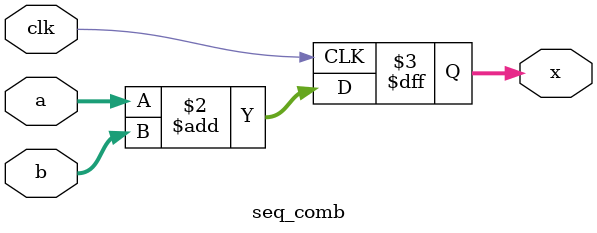
<source format=v>
`timescale 1ns / 1ps

module seq_comb(
    input clk,
    input [7:0] a,
    input [7:0] b,
    output reg [8:0] x
    );
    
    // A simple circuit describing both sequential
    // (register x) and combinational (+) logics concurrently
    always @(posedge clk)
        x <= a + b;
    
endmodule

</source>
